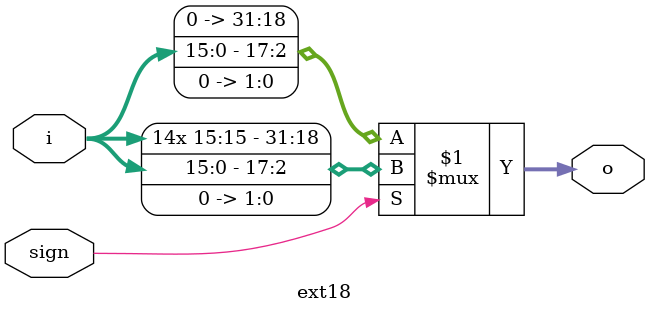
<source format=v>
`timescale 1ns / 1ps

module ext5(
    input [4:0] i,
    output [31:0] o
    );
    assign o ={{27{1'b0}},i};
endmodule

module ext16(
    input [15:0] i,
    input sign,
    output [31:0] o
    );
    assign o =sign? {{27{i[15]}},i}:{{27{1'b0}},i};
endmodule

module ext18(
    input [15:0] i,
    input sign,
    output [31:0] o
    );
    assign o =sign?{{14{i[15]}},i,2'b00}:{{14{1'b0}},i,2'b00};
endmodule
</source>
